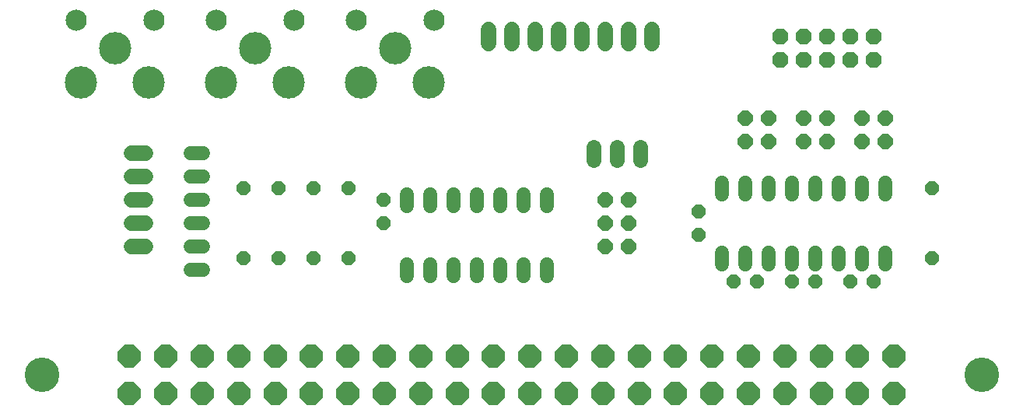
<source format=gts>
G04 EAGLE Gerber RS-274X export*
G75*
%MOMM*%
%FSLAX34Y34*%
%LPD*%
%INSoldermask Top*%
%IPPOS*%
%AMOC8*
5,1,8,0,0,1.08239X$1,22.5*%
G01*
%ADD10C,3.519200*%
%ADD11C,2.303200*%
%ADD12C,1.727200*%
%ADD13P,2.694285X8X202.500000*%
%ADD14P,2.694285X8X22.500000*%
%ADD15C,3.759200*%
%ADD16P,1.869504X8X22.500000*%
%ADD17C,1.524000*%
%ADD18P,1.649562X8X22.500000*%
%ADD19P,1.649562X8X112.500000*%
%ADD20P,1.649562X8X202.500000*%
%ADD21P,1.759533X8X22.500000*%
%ADD22C,1.625600*%
%ADD23P,1.759533X8X292.500000*%
%ADD24P,1.649562X8X292.500000*%


D10*
X419100Y406400D03*
X456100Y369400D03*
X382100Y369400D03*
D11*
X461600Y437400D03*
X376600Y437400D03*
D10*
X266700Y406400D03*
X303700Y369400D03*
X229700Y369400D03*
D11*
X309200Y437400D03*
X224200Y437400D03*
D10*
X114300Y406400D03*
X151300Y369400D03*
X77300Y369400D03*
D11*
X156800Y437400D03*
X71800Y437400D03*
D12*
X520700Y426720D02*
X520700Y411480D01*
X546100Y411480D02*
X546100Y426720D01*
X571500Y426720D02*
X571500Y411480D01*
X596900Y411480D02*
X596900Y426720D01*
X622300Y426720D02*
X622300Y411480D01*
X647700Y411480D02*
X647700Y426720D01*
X673100Y426720D02*
X673100Y411480D01*
X698500Y411480D02*
X698500Y426720D01*
D13*
X565912Y71120D03*
X565912Y30480D03*
X605536Y71120D03*
X645160Y71120D03*
X684784Y71120D03*
X724408Y71120D03*
X764032Y71120D03*
X803656Y71120D03*
X843280Y71120D03*
X882904Y71120D03*
X922528Y71120D03*
X962152Y71120D03*
X605536Y30480D03*
X645160Y30480D03*
X684784Y30480D03*
X724408Y30480D03*
X764032Y30480D03*
X803656Y30480D03*
X843280Y30480D03*
X882904Y30480D03*
X922528Y30480D03*
X962152Y30480D03*
D14*
X526288Y30480D03*
X526288Y71120D03*
X486664Y30480D03*
X447040Y30480D03*
X407416Y30480D03*
X367792Y30480D03*
X328168Y30480D03*
X288544Y30480D03*
X248920Y30480D03*
X209296Y30480D03*
X169672Y30480D03*
X130048Y30480D03*
X486664Y71120D03*
X447040Y71120D03*
X407416Y71120D03*
X367792Y71120D03*
X328168Y71120D03*
X288544Y71120D03*
X248920Y71120D03*
X209296Y71120D03*
X169672Y71120D03*
X130048Y71120D03*
D15*
X34544Y50800D03*
X1057656Y50800D03*
D16*
X838200Y393700D03*
X863600Y393700D03*
X889000Y393700D03*
X914400Y393700D03*
X939800Y393700D03*
X838200Y419100D03*
X863600Y419100D03*
X889000Y419100D03*
X914400Y419100D03*
X939800Y419100D03*
D17*
X774700Y184404D02*
X774700Y171196D01*
X800100Y171196D02*
X800100Y184404D01*
X927100Y184404D02*
X927100Y171196D01*
X952500Y171196D02*
X952500Y184404D01*
X825500Y184404D02*
X825500Y171196D01*
X850900Y171196D02*
X850900Y184404D01*
X901700Y184404D02*
X901700Y171196D01*
X876300Y171196D02*
X876300Y184404D01*
X952500Y247396D02*
X952500Y260604D01*
X927100Y260604D02*
X927100Y247396D01*
X901700Y247396D02*
X901700Y260604D01*
X876300Y260604D02*
X876300Y247396D01*
X850900Y247396D02*
X850900Y260604D01*
X825500Y260604D02*
X825500Y247396D01*
X800100Y247396D02*
X800100Y260604D01*
X774700Y260604D02*
X774700Y247396D01*
D18*
X787400Y152400D03*
X812800Y152400D03*
X850900Y152400D03*
X876300Y152400D03*
D19*
X749300Y203200D03*
X749300Y228600D03*
D20*
X939800Y152400D03*
X914400Y152400D03*
D21*
X800100Y304800D03*
X825500Y304800D03*
X800100Y330200D03*
X825500Y330200D03*
X863600Y304800D03*
X889000Y304800D03*
X863600Y330200D03*
X889000Y330200D03*
X927100Y304800D03*
X952500Y304800D03*
X927100Y330200D03*
X952500Y330200D03*
D22*
X635000Y299212D02*
X635000Y284988D01*
X660400Y284988D02*
X660400Y299212D01*
X685800Y299212D02*
X685800Y284988D01*
D23*
X647700Y241300D03*
X673100Y241300D03*
X647700Y215900D03*
X673100Y215900D03*
X647700Y190500D03*
X673100Y190500D03*
D19*
X1003300Y177800D03*
X1003300Y254000D03*
X368300Y177800D03*
X368300Y254000D03*
D17*
X431800Y171704D02*
X431800Y158496D01*
X457200Y158496D02*
X457200Y171704D01*
X584200Y171704D02*
X584200Y158496D01*
X584200Y234696D02*
X584200Y247904D01*
X482600Y171704D02*
X482600Y158496D01*
X508000Y158496D02*
X508000Y171704D01*
X558800Y171704D02*
X558800Y158496D01*
X533400Y158496D02*
X533400Y171704D01*
X558800Y234696D02*
X558800Y247904D01*
X533400Y247904D02*
X533400Y234696D01*
X508000Y234696D02*
X508000Y247904D01*
X482600Y247904D02*
X482600Y234696D01*
X457200Y234696D02*
X457200Y247904D01*
X431800Y247904D02*
X431800Y234696D01*
X209804Y165100D02*
X196596Y165100D01*
X196596Y190500D02*
X209804Y190500D01*
X209804Y215900D02*
X196596Y215900D01*
X196596Y241300D02*
X209804Y241300D01*
X209804Y266700D02*
X196596Y266700D01*
X196596Y292100D02*
X209804Y292100D01*
D12*
X147320Y292100D02*
X132080Y292100D01*
X132080Y266700D02*
X147320Y266700D01*
X147320Y241300D02*
X132080Y241300D01*
X132080Y215900D02*
X147320Y215900D01*
X147320Y190500D02*
X132080Y190500D01*
D24*
X330200Y254000D03*
X330200Y177800D03*
X292100Y254000D03*
X292100Y177800D03*
X254000Y254000D03*
X254000Y177800D03*
X406400Y241300D03*
X406400Y215900D03*
M02*

</source>
